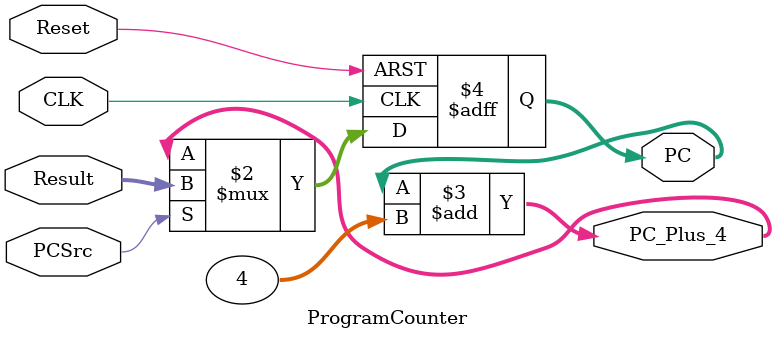
<source format=v>
module ProgramCounter(
    input CLK,
    input Reset,
    input PCSrc,
    input [31:0] Result,
    
    output reg [31:0] PC,
    output [31:0] PC_Plus_4
); 

//fill your Verilog code here

    always @(posedge CLK or posedge Reset) begin
        if(Reset) PC <= 0;
        else PC <= (PCSrc) ? Result : PC_Plus_4;
    end

    assign PC_Plus_4 = PC + 32'd4; 

endmodule
</source>
